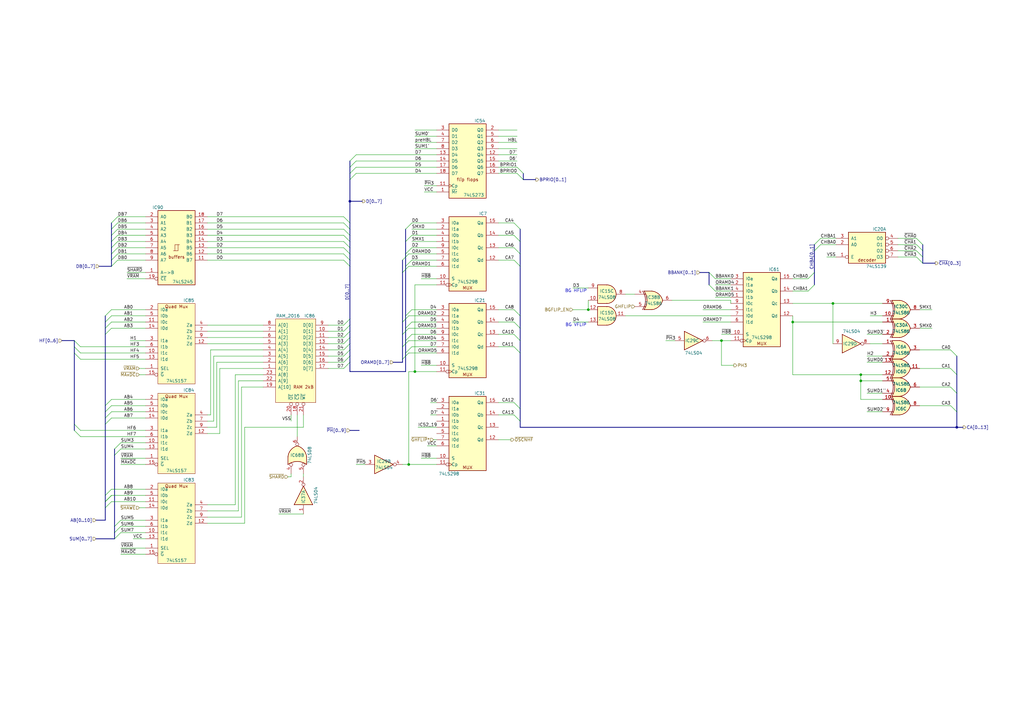
<source format=kicad_sch>
(kicad_sch (version 20231120) (generator "eeschema") (generator_version "8.0")
  (paper "A3")
  (title_block (title "Background Video RAM") (date "2024-11-16") (company "JOTEGO") (comment 1 "www.patreon.com/jotego") (comment 2 "José Tejada"))
  (lib_symbols
    (symbol "arcade:RAM_2016" (pin_names (offset 1.016))
      (property "Reference" "U" (at 7.62 17.78 0))
      (property "Value" "RAM_2016" (at 1.27 17.78 0))
      (symbol "RAM_2016_0_0"
        (text "RAM 2kB" (at 3.81 -11.43 0) (effects (font (size 1.27 1.27))))
      )
      (symbol "RAM_2016_1_0"
        (pin input line (at -12.7 -3.81 0) (length 5.08) (name "A[7]") (number "1"))
        (pin tri_state line (at 13.97 11.43 180) (length 5.08) (name "D[1]") (number "10"))
        (pin tri_state line (at 13.97 8.89 180) (length 5.08) (name "D[2]") (number "11"))
        (pin tri_state line (at 13.97 6.35 180) (length 5.08) (name "D[3]") (number "13"))
        (pin tri_state line (at 13.97 3.81 180) (length 5.08) (name "D[4]") (number "14"))
        (pin tri_state line (at 13.97 1.27 180) (length 5.08) (name "D[5]") (number "15"))
        (pin tri_state line (at 13.97 -1.27 180) (length 5.08) (name "D[6]") (number "16"))
        (pin tri_state line (at 13.97 -3.81 180) (length 5.08) (name "D[7]") (number "17"))
        (pin input inverted (at 1.27 -22.86 90) (length 5.08) (name "~{CS}") (number "18"))
        (pin input line (at -12.7 -11.43 0) (length 5.08) (name "A[10]") (number "19"))
        (pin input line (at -12.7 -1.27 0) (length 5.08) (name "A[6]") (number "2"))
        (pin input inverted (at -1.27 -22.86 90) (length 5.08) (name "~{OE}") (number "20"))
        (pin input inverted (at 3.81 -22.86 90) (length 5.08) (name "~{WE}") (number "21"))
        (pin input line (at -12.7 -8.89 0) (length 5.08) (name "A[9]") (number "22"))
        (pin input line (at -12.7 -6.35 0) (length 5.08) (name "A[8]") (number "23"))
        (pin input line (at -12.7 1.27 0) (length 5.08) (name "A[5]") (number "3"))
        (pin input line (at -12.7 3.81 0) (length 5.08) (name "A[4]") (number "4"))
        (pin input line (at -12.7 6.35 0) (length 5.08) (name "A[3]") (number "5"))
        (pin input line (at -12.7 8.89 0) (length 5.08) (name "A[2]") (number "6"))
        (pin input line (at -12.7 11.43 0) (length 5.08) (name "A[1]") (number "7"))
        (pin input line (at -12.7 13.97 0) (length 5.08) (name "A[0]") (number "8"))
        (pin tri_state line (at 13.97 13.97 180) (length 5.08) (name "D[0]") (number "9"))
      )
    )
    (symbol "jt74:74LS04" (pin_names (offset 1.016))
      (property "Reference" "U" (at -0.635 0 0))
      (property "Value" "74LS04" (at 0 -5.08 0))
      (symbol "74LS04_1_0"
        (pin input line (at -7.62 0 0) (length 3.81) (name "~") (number "1"))
        (pin output inverted (at 7.62 0 180) (length 3.81) (name "~") (number "2"))
      )
      (symbol "74LS04_2_0"
        (pin input line (at -7.62 0 0) (length 3.81) (name "~") (number "3"))
        (pin output inverted (at 7.62 0 180) (length 3.81) (name "~") (number "4"))
      )
      (symbol "74LS04_3_0"
        (pin input line (at -7.62 0 0) (length 3.81) (name "~") (number "5"))
        (pin output inverted (at 7.62 0 180) (length 3.81) (name "~") (number "6"))
      )
      (symbol "74LS04_4_0"
        (pin output inverted (at 7.62 0 180) (length 3.81) (name "~") (number "8"))
        (pin input line (at -7.62 0 0) (length 3.81) (name "~") (number "9"))
      )
      (symbol "74LS04_5_0"
        (pin output inverted (at 7.62 0 180) (length 3.81) (name "~") (number "10"))
        (pin input line (at -7.62 0 0) (length 3.81) (name "~") (number "11"))
      )
      (symbol "74LS04_6_0"
        (pin output inverted (at 7.62 0 180) (length 3.81) (name "~") (number "12"))
        (pin input line (at -7.62 0 0) (length 3.81) (name "~") (number "13"))
      )
      (symbol "74LS04_7_0"
        (pin power_in line (at 0 7.62 270) (length 5.08) hide (name "VCC") (number "14"))
        (pin power_in line (at 0 -7.62 90) (length 5.08) hide (name "VSS") (number "7"))
      )
      (symbol "74LS04_7_1"
        (text "+" (at 0 6.35 0) (effects (font (size 1.27 1.27))))
      )
    )
    (symbol "jt74:74LS08" (pin_names (offset 1.016))
      (property "Reference" "U" (at 0 1.27 0))
      (property "Value" "74LS08" (at 0 -1.27 0))
      (symbol "74LS08_1_1"
        (pin input line (at -7.62 2.54 0) (length 3.81) (name "~") (number "1"))
        (pin input line (at -7.62 -2.54 0) (length 3.81) (name "~") (number "2"))
        (pin output line (at 7.62 0 180) (length 3.81) (name "~") (number "3"))
      )
      (symbol "74LS08_1_2"
        (pin input inverted (at -7.62 2.54 0) (length 4.318) (name "~") (number "1"))
        (pin input inverted (at -7.62 -2.54 0) (length 4.318) (name "~") (number "2"))
        (pin output inverted (at 7.62 0 180) (length 3.81) (name "~") (number "3"))
      )
      (symbol "74LS08_2_1"
        (pin input line (at -7.62 2.54 0) (length 3.81) (name "~") (number "4"))
        (pin input line (at -7.62 -2.54 0) (length 3.81) (name "~") (number "5"))
        (pin output line (at 7.62 0 180) (length 3.81) (name "~") (number "6"))
      )
      (symbol "74LS08_2_2"
        (pin input inverted (at -7.62 2.54 0) (length 4.318) (name "~") (number "4"))
        (pin input inverted (at -7.62 -2.54 0) (length 4.318) (name "~") (number "5"))
        (pin output inverted (at 7.62 0 180) (length 3.81) (name "~") (number "6"))
      )
      (symbol "74LS08_3_1"
        (pin input line (at -7.62 -2.54 0) (length 3.81) (name "~") (number "10"))
        (pin output line (at 7.62 0 180) (length 3.81) (name "~") (number "8"))
        (pin input line (at -7.62 2.54 0) (length 3.81) (name "~") (number "9"))
      )
      (symbol "74LS08_3_2"
        (pin input inverted (at -7.62 -2.54 0) (length 4.318) (name "~") (number "10"))
        (pin output inverted (at 7.62 0 180) (length 3.81) (name "~") (number "8"))
        (pin input inverted (at -7.62 2.54 0) (length 4.318) (name "~") (number "9"))
      )
      (symbol "74LS08_4_1"
        (pin output line (at 7.62 0 180) (length 3.81) (name "~") (number "11"))
        (pin input line (at -7.62 2.54 0) (length 3.81) (name "~") (number "12"))
        (pin input line (at -7.62 -2.54 0) (length 3.81) (name "~") (number "13"))
      )
      (symbol "74LS08_4_2"
        (pin output inverted (at 7.62 0 180) (length 3.81) (name "~") (number "11"))
        (pin input inverted (at -7.62 2.54 0) (length 4.318) (name "~") (number "12"))
        (pin input inverted (at -7.62 -2.54 0) (length 4.318) (name "~") (number "13"))
      )
      (symbol "74LS08_5_0"
        (pin power_in line (at 0 7.62 270) (length 5.08) hide (name "VCC") (number "14"))
        (pin power_in line (at 0 -7.62 90) (length 5.08) hide (name "VSS") (number "7"))
      )
      (symbol "74LS08_5_1"
        (text "+" (at 0 6.35 0) (effects (font (size 1.27 1.27))))
      )
    )
    (symbol "jt74:74LS139" (pin_names (offset 1.016))
      (property "Reference" "U" (at 0 1.27 0))
      (property "Value" "74LS139" (at 0 -1.27 0))
      (symbol "74LS139_0_0"
        (text "decoder" (at 0 -6.35 0) (effects (font (size 1.27 1.27))))
      )
      (symbol "74LS139_1_0"
        (pin input inverted (at -12.7 -5.08 0) (length 5.08) (name "E") (number "1"))
        (pin input line (at -12.7 0 0) (length 5.08) (name "A0") (number "2"))
        (pin input line (at -12.7 2.54 0) (length 5.08) (name "A1") (number "3"))
        (pin output inverted (at 12.7 2.54 180) (length 5.08) (name "O0") (number "4"))
        (pin output inverted (at 12.7 0 180) (length 5.08) (name "O1") (number "5"))
        (pin output inverted (at 12.7 -2.54 180) (length 5.08) (name "O2") (number "6"))
        (pin output inverted (at 12.7 -5.08 180) (length 5.08) (name "O3") (number "7"))
      )
      (symbol "74LS139_2_0"
        (pin output inverted (at 12.7 -2.54 180) (length 5.08) (name "O2") (number "10"))
        (pin output inverted (at 12.7 0 180) (length 5.08) (name "O1") (number "11"))
        (pin output inverted (at 12.7 2.54 180) (length 5.08) (name "O0") (number "12"))
        (pin input line (at -12.7 2.54 0) (length 5.08) (name "A1") (number "13"))
        (pin input line (at -12.7 0 0) (length 5.08) (name "A0") (number "14"))
        (pin input inverted (at -12.7 -5.08 0) (length 5.08) (name "E") (number "15"))
        (pin output inverted (at 12.7 -5.08 180) (length 5.08) (name "O3") (number "9"))
      )
      (symbol "74LS139_3_0"
        (pin power_in line (at 0 7.62 270) (length 5.08) hide (name "VCC") (number "16"))
        (pin power_in line (at 0 -7.62 90) (length 5.08) hide (name "VSS") (number "8"))
      )
      (symbol "74LS139_3_1"
        (text "+" (at 0 6.35 0) (effects (font (size 1.27 1.27))))
      )
    )
    (symbol "jt74:74LS157" (pin_names (offset 1.016))
      (property "Reference" "U" (at 5.08 16.51 0))
      (property "Value" "74LS157" (at 0 -16.51 0))
      (symbol "74LS157_0_0"
        (text "Quad Mux" (at 0 13.97 0) (effects (font (size 1.27 1.27))))
      )
      (symbol "74LS157_1_0"
        (pin input line (at -12.7 -11.43 0) (length 5.08) (name "SEL") (number "1"))
        (pin input line (at -12.7 -5.08 0) (length 5.08) (name "I1c") (number "10"))
        (pin input line (at -12.7 7.62 0) (length 5.08) (name "I0c") (number "11"))
        (pin output line (at 12.7 -1.27 180) (length 5.08) (name "Zd") (number "12"))
        (pin input line (at -12.7 -7.62 0) (length 5.08) (name "I1d") (number "13"))
        (pin input line (at -12.7 5.08 0) (length 5.08) (name "I0d") (number "14"))
        (pin input inverted (at -12.7 -13.97 0) (length 5.08) (name "~{G}") (number "15"))
        (pin input line (at -12.7 12.7 0) (length 5.08) (name "I0a") (number "2"))
        (pin input line (at -12.7 0 0) (length 5.08) (name "I1a") (number "3"))
        (pin output line (at 12.7 6.35 180) (length 5.08) (name "Za") (number "4"))
        (pin input line (at -12.7 10.16 0) (length 5.08) (name "I0b") (number "5"))
        (pin input line (at -12.7 -2.54 0) (length 5.08) (name "I1b") (number "6"))
        (pin output line (at 12.7 3.81 180) (length 5.08) (name "Zb") (number "7"))
        (pin output line (at 12.7 1.27 180) (length 5.08) (name "Zc") (number "9"))
      )
    )
    (symbol "jt74:74LS245" (pin_names (offset 1.016))
      (property "Reference" "U" (at -7.62 16.51 0))
      (property "Value" "74LS245" (at 2.54 -13.97 0))
      (symbol "74LS245_0_0"
        (text "buffers" (at 0 -3.81 0) (effects (font (size 1.27 1.27))))
      )
      (symbol "74LS245_1_0"
        (pin input line (at -12.7 -10.16 0) (length 5.08) (name "A->B") (number "1"))
        (pin tri_state line (at 12.7 -5.08 180) (length 5.08) (name "B7") (number "11"))
        (pin tri_state line (at 12.7 -2.54 180) (length 5.08) (name "B6") (number "12"))
        (pin tri_state line (at 12.7 0 180) (length 5.08) (name "B5") (number "13"))
        (pin tri_state line (at 12.7 2.54 180) (length 5.08) (name "B4") (number "14"))
        (pin tri_state line (at 12.7 5.08 180) (length 5.08) (name "B3") (number "15"))
        (pin tri_state line (at 12.7 7.62 180) (length 5.08) (name "B2") (number "16"))
        (pin tri_state line (at 12.7 10.16 180) (length 5.08) (name "B1") (number "17"))
        (pin tri_state line (at 12.7 12.7 180) (length 5.08) (name "B0") (number "18"))
        (pin input inverted (at -12.7 -12.7 0) (length 5.08) (name "~{CE}") (number "19"))
        (pin tri_state line (at -12.7 12.7 0) (length 5.08) (name "A0") (number "2"))
        (pin tri_state line (at -12.7 10.16 0) (length 5.08) (name "A1") (number "3"))
        (pin tri_state line (at -12.7 7.62 0) (length 5.08) (name "A2") (number "4"))
        (pin tri_state line (at -12.7 5.08 0) (length 5.08) (name "A3") (number "5"))
        (pin tri_state line (at -12.7 2.54 0) (length 5.08) (name "A4") (number "6"))
        (pin tri_state line (at -12.7 0 0) (length 5.08) (name "A5") (number "7"))
        (pin tri_state line (at -12.7 -2.54 0) (length 5.08) (name "A6") (number "8"))
        (pin tri_state line (at -12.7 -5.08 0) (length 5.08) (name "A7") (number "9"))
      )
    )
    (symbol "jt74:74LS273" (pin_names (offset 1.016))
      (property "Reference" "U" (at 6.35 16.51 0))
      (property "Value" "74LS273" (at 2.54 -13.97 0))
      (symbol "74LS273_0_0"
        (text "flip flops" (at 0 -7.62 0) (effects (font (size 1.27 1.27))))
      )
      (symbol "74LS273_1_0"
        (pin input line (at -12.7 -12.7 0) (length 5.08) (name "~{Mr}") (number "1"))
        (pin input clock (at -12.7 -10.16 0) (length 5.08) (name "Cp") (number "11"))
        (pin output line (at 12.7 2.54 180) (length 5.08) (name "Q4") (number "12"))
        (pin input line (at -12.7 2.54 0) (length 5.08) (name "D4") (number "13"))
        (pin input line (at -12.7 0 0) (length 5.08) (name "D5") (number "14"))
        (pin output line (at 12.7 0 180) (length 5.08) (name "Q5") (number "15"))
        (pin output line (at 12.7 -2.54 180) (length 5.08) (name "Q6") (number "16"))
        (pin input line (at -12.7 -2.54 0) (length 5.08) (name "D6") (number "17"))
        (pin input line (at -12.7 -5.08 0) (length 5.08) (name "D7") (number "18"))
        (pin output line (at 12.7 -5.08 180) (length 5.08) (name "Q7") (number "19"))
        (pin output line (at 12.7 12.7 180) (length 5.08) (name "Q0") (number "2"))
        (pin input line (at -12.7 12.7 0) (length 5.08) (name "D0") (number "3"))
        (pin input line (at -12.7 10.16 0) (length 5.08) (name "D1") (number "4"))
        (pin output line (at 12.7 10.16 180) (length 5.08) (name "Q1") (number "5"))
        (pin output line (at 12.7 7.62 180) (length 5.08) (name "Q2") (number "6"))
        (pin input line (at -12.7 7.62 0) (length 5.08) (name "D2") (number "7"))
        (pin input line (at -12.7 5.08 0) (length 5.08) (name "D3") (number "8"))
        (pin output line (at 12.7 5.08 180) (length 5.08) (name "Q3") (number "9"))
      )
    )
    (symbol "jt74:74LS298" (pin_names (offset 1.016))
      (property "Reference" "U" (at -7.62 16.51 0))
      (property "Value" "74LS298" (at -7.62 -16.51 0))
      (symbol "74LS298_1_0"
        (pin input line (at -12.7 5.08 0) (length 5.08) (name "I1b") (number "1"))
        (pin input line (at -12.7 -10.16 0) (length 5.08) (name "S") (number "10"))
        (pin input inverted_clock (at -12.7 -12.7 0) (length 5.08) (name "Cp") (number "11"))
        (pin output line (at 12.7 -2.54 180) (length 5.08) (name "Qd") (number "12"))
        (pin output line (at 12.7 2.54 180) (length 5.08) (name "Qc") (number "13"))
        (pin output line (at 12.7 7.62 180) (length 5.08) (name "Qb") (number "14"))
        (pin output line (at 12.7 12.7 180) (length 5.08) (name "Qa") (number "15"))
        (pin power_in line (at 0 15.24 270) (length 5.08) hide (name "VCC") (number "16"))
        (pin input line (at -12.7 10.16 0) (length 5.08) (name "I1a") (number "2"))
        (pin input line (at -12.7 12.7 0) (length 5.08) (name "I0a") (number "3"))
        (pin input line (at -12.7 7.62 0) (length 5.08) (name "I0b") (number "4"))
        (pin input line (at -12.7 0 0) (length 5.08) (name "I1c") (number "5"))
        (pin input line (at -12.7 -5.08 0) (length 5.08) (name "I1d") (number "6"))
        (pin input line (at -12.7 -2.54 0) (length 5.08) (name "I0d") (number "7"))
        (pin power_in line (at 0 -15.24 90) (length 5.08) hide (name "VSS") (number "8"))
        (pin input line (at -12.7 2.54 0) (length 5.08) (name "I0c") (number "9"))
      )
      (symbol "74LS298_1_1"
        (text "MUX" (at 0 -13.97 0) (effects (font (size 1.27 1.27))))
      )
    )
    (symbol "jt74:74LS86" (pin_names (offset 1.016))
      (property "Reference" "U" (at 0 1.27 0))
      (property "Value" "74LS86" (at 0 -1.27 0))
      (symbol "74LS86_1_0"
        (pin input line (at -7.62 2.54 0) (length 4.445) (name "~") (number "1"))
        (pin input line (at -7.62 -2.54 0) (length 4.445) (name "~") (number "2"))
        (pin output line (at 7.62 0 180) (length 3.81) (name "~") (number "3"))
      )
      (symbol "74LS86_2_0"
        (pin input line (at -7.62 2.54 0) (length 4.445) (name "~") (number "4"))
        (pin input line (at -7.62 -2.54 0) (length 4.445) (name "~") (number "5"))
        (pin output line (at 7.62 0 180) (length 3.81) (name "~") (number "6"))
      )
      (symbol "74LS86_3_0"
        (pin input line (at -7.62 -2.54 0) (length 4.445) (name "~") (number "10"))
        (pin output line (at 7.62 0 180) (length 3.81) (name "~") (number "8"))
        (pin input line (at -7.62 2.54 0) (length 4.445) (name "~") (number "9"))
      )
      (symbol "74LS86_4_0"
        (pin output line (at 7.62 0 180) (length 3.81) (name "~") (number "11"))
        (pin input line (at -7.62 2.54 0) (length 4.445) (name "~") (number "12"))
        (pin input line (at -7.62 -2.54 0) (length 4.445) (name "~") (number "13"))
      )
      (symbol "74LS86_5_0"
        (pin power_in line (at 0 7.62 270) (length 5.08) hide (name "VCC") (number "14"))
        (pin power_in line (at 0 -7.62 90) (length 5.08) hide (name "VSS") (number "7"))
      )
      (symbol "74LS86_5_1"
        (text "+" (at 0 6.35 0) (effects (font (size 1.27 1.27))))
      )
    )
  )
  (junction (at 353.06 153.67))
  (junction (at 341.63 124.46))
  (junction (at 170.18 152.4))
  (junction (at 143.51 82.55))
  (junction (at 392.43 175.26))
  (junction (at 241.3 127))
  (junction (at 353.06 156.21))
  (junction (at 167.64 190.5))
  (junction (at 325.12 132.08))
  (junction (at 295.91 139.7))
  (bus_entry (at 331.47 119.38) (size 2.54 -2.54))
  (bus_entry (at 213.36 134.62) (size -2.54 -2.54))
  (bus_entry (at 375.92 100.33) (size 2.54 2.54))
  (bus_entry (at 46.99 186.69) (size 2.54 -2.54))
  (bus_entry (at 213.36 109.22) (size -2.54 -2.54))
  (bus_entry (at 165.1 147.32) (size 2.54 -2.54))
  (bus_entry (at 30.48 176.53) (size 2.54 2.54))
  (bus_entry (at 46.99 220.98) (size 2.54 -2.54))
  (bus_entry (at 210.82 170.18) (size 2.54 2.54))
  (bus_entry (at 140.97 133.35) (size 2.54 -2.54))
  (bus_entry (at 45.72 163.83) (size -2.54 2.54))
  (bus_entry (at 30.48 173.99) (size 2.54 2.54))
  (bus_entry (at 45.72 203.2) (size -2.54 2.54))
  (bus_entry (at 46.99 215.9) (size 2.54 -2.54))
  (bus_entry (at 48.26 99.06) (size -2.54 2.54))
  (bus_entry (at 213.36 104.14) (size -2.54 -2.54))
  (bus_entry (at 48.26 96.52) (size -2.54 2.54))
  (bus_entry (at 30.48 139.7) (size 2.54 2.54))
  (bus_entry (at 140.97 148.59) (size 2.54 -2.54))
  (bus_entry (at 48.26 101.6) (size -2.54 2.54))
  (bus_entry (at 140.97 106.68) (size 2.54 2.54))
  (bus_entry (at 389.89 151.13) (size 2.54 2.54))
  (bus_entry (at 290.83 111.76) (size 2.54 2.54))
  (bus_entry (at 389.89 166.37) (size 2.54 2.54))
  (bus_entry (at 45.72 132.08) (size -2.54 2.54))
  (bus_entry (at 46.99 184.15) (size 2.54 -2.54))
  (bus_entry (at 146.05 66.04) (size -2.54 2.54))
  (bus_entry (at 334.01 100.33) (size 2.54 -2.54))
  (bus_entry (at 168.91 137.16) (size -2.54 2.54))
  (bus_entry (at 140.97 104.14) (size 2.54 2.54))
  (bus_entry (at 212.09 71.12) (size 2.54 2.54))
  (bus_entry (at 46.99 218.44) (size 2.54 -2.54))
  (bus_entry (at 140.97 88.9) (size 2.54 2.54))
  (bus_entry (at 30.48 144.78) (size 2.54 2.54))
  (bus_entry (at 168.91 142.24) (size -2.54 2.54))
  (bus_entry (at 334.01 102.87) (size 2.54 -2.54))
  (bus_entry (at 48.26 91.44) (size -2.54 2.54))
  (bus_entry (at 168.91 91.44) (size -2.54 2.54))
  (bus_entry (at 375.92 102.87) (size 2.54 2.54))
  (bus_entry (at 48.26 93.98) (size -2.54 2.54))
  (bus_entry (at 140.97 91.44) (size 2.54 2.54))
  (bus_entry (at 375.92 105.41) (size 2.54 2.54))
  (bus_entry (at 213.36 93.98) (size -2.54 -2.54))
  (bus_entry (at 165.1 106.68) (size 2.54 -2.54))
  (bus_entry (at 45.72 203.2) (size -2.54 2.54))
  (bus_entry (at 331.47 114.3) (size 2.54 -2.54))
  (bus_entry (at 146.05 68.58) (size -2.54 2.54))
  (bus_entry (at 45.72 127) (size -2.54 2.54))
  (bus_entry (at 30.48 142.24) (size 2.54 2.54))
  (bus_entry (at 165.1 142.24) (size 2.54 -2.54))
  (bus_entry (at 45.72 205.74) (size -2.54 2.54))
  (bus_entry (at 146.05 71.12) (size -2.54 2.54))
  (bus_entry (at 290.83 116.84) (size 2.54 2.54))
  (bus_entry (at 45.72 171.45) (size -2.54 2.54))
  (bus_entry (at 140.97 138.43) (size 2.54 -2.54))
  (bus_entry (at 165.1 132.08) (size 2.54 -2.54))
  (bus_entry (at 48.26 88.9) (size -2.54 2.54))
  (bus_entry (at 168.91 96.52) (size -2.54 2.54))
  (bus_entry (at 213.36 129.54) (size -2.54 -2.54))
  (bus_entry (at 140.97 140.97) (size 2.54 -2.54))
  (bus_entry (at 212.09 68.58) (size 2.54 2.54))
  (bus_entry (at 140.97 96.52) (size 2.54 2.54))
  (bus_entry (at 48.26 104.14) (size -2.54 2.54))
  (bus_entry (at 213.36 144.78) (size -2.54 -2.54))
  (bus_entry (at 140.97 143.51) (size 2.54 -2.54))
  (bus_entry (at 389.89 143.51) (size 2.54 2.54))
  (bus_entry (at 168.91 106.68) (size -2.54 2.54))
  (bus_entry (at 389.89 158.75) (size 2.54 2.54))
  (bus_entry (at 213.36 99.06) (size -2.54 -2.54))
  (bus_entry (at 45.72 129.54) (size -2.54 2.54))
  (bus_entry (at 45.72 200.66) (size -2.54 2.54))
  (bus_entry (at 168.91 127) (size -2.54 2.54))
  (bus_entry (at 375.92 97.79) (size 2.54 2.54))
  (bus_entry (at 165.1 111.76) (size 2.54 -2.54))
  (bus_entry (at 213.36 139.7) (size -2.54 -2.54))
  (bus_entry (at 45.72 168.91) (size -2.54 2.54))
  (bus_entry (at 45.72 134.62) (size -2.54 2.54))
  (bus_entry (at 140.97 146.05) (size 2.54 -2.54))
  (bus_entry (at 45.72 166.37) (size -2.54 2.54))
  (bus_entry (at 165.1 137.16) (size 2.54 -2.54))
  (bus_entry (at 168.91 132.08) (size -2.54 2.54))
  (bus_entry (at 210.82 165.1) (size 2.54 2.54))
  (bus_entry (at 140.97 93.98) (size 2.54 2.54))
  (bus_entry (at 140.97 151.13) (size 2.54 -2.54))
  (bus_entry (at 140.97 135.89) (size 2.54 -2.54))
  (bus_entry (at 168.91 101.6) (size -2.54 2.54))
  (bus_entry (at 48.26 106.68) (size -2.54 2.54))
  (bus_entry (at 146.05 63.5) (size -2.54 2.54))
  (bus_entry (at 140.97 99.06) (size 2.54 2.54))
  (bus_entry (at 140.97 101.6) (size 2.54 2.54))
  (wire (pts (xy 355.6 148.59) (xy 361.95 148.59)))
  (wire (pts (xy 57.15 153.67) (xy 59.69 153.67)))
  (bus (pts (xy 378.46 100.33) (xy 378.46 102.87)))
  (wire (pts (xy 341.63 140.97) (xy 341.63 124.46)))
  (wire (pts (xy 176.53 170.18) (xy 179.07 170.18)))
  (wire (pts (xy 146.05 63.5) (xy 179.07 63.5)))
  (wire (pts (xy 210.82 132.08) (xy 204.47 132.08)))
  (wire (pts (xy 53.34 139.7) (xy 59.69 139.7)))
  (wire (pts (xy 292.1 139.7) (xy 295.91 139.7)))
  (wire (pts (xy 353.06 156.21) (xy 361.95 156.21)))
  (wire (pts (xy 59.69 203.2) (xy 45.72 203.2)))
  (bus (pts (xy 45.72 93.98) (xy 45.72 96.52)))
  (wire (pts (xy 146.05 71.12) (xy 179.07 71.12)))
  (wire (pts (xy 295.91 149.86) (xy 300.99 149.86)))
  (wire (pts (xy 167.64 109.22) (xy 179.07 109.22)))
  (wire (pts (xy 336.55 100.33) (xy 342.9 100.33)))
  (bus (pts (xy 25.4 139.7) (xy 30.48 139.7)))
  (bus (pts (xy 143.51 146.05) (xy 143.51 143.51)))
  (wire (pts (xy 99.06 158.75) (xy 99.06 212.09)))
  (wire (pts (xy 107.95 146.05) (xy 87.63 146.05)))
  (wire (pts (xy 234.95 118.11) (xy 241.3 118.11)))
  (wire (pts (xy 167.64 190.5) (xy 179.07 190.5)))
  (wire (pts (xy 85.09 93.98) (xy 140.97 93.98)))
  (wire (pts (xy 49.53 213.36) (xy 59.69 213.36)))
  (wire (pts (xy 353.06 156.21) (xy 353.06 163.83)))
  (wire (pts (xy 325.12 129.54) (xy 325.12 132.08)))
  (wire (pts (xy 54.61 220.98) (xy 59.69 220.98)))
  (wire (pts (xy 353.06 153.67) (xy 361.95 153.67)))
  (bus (pts (xy 143.51 140.97) (xy 143.51 138.43)))
  (wire (pts (xy 121.92 170.18) (xy 121.92 179.07)))
  (wire (pts (xy 288.29 132.08) (xy 299.72 132.08)))
  (bus (pts (xy 287.02 111.76) (xy 290.83 111.76)))
  (bus (pts (xy 143.51 133.35) (xy 143.51 135.89)))
  (wire (pts (xy 210.82 137.16) (xy 204.47 137.16)))
  (bus (pts (xy 143.51 104.14) (xy 143.51 101.6)))
  (wire (pts (xy 361.95 137.16) (xy 355.6 137.16)))
  (bus (pts (xy 30.48 173.99) (xy 30.48 144.78)))
  (wire (pts (xy 204.47 53.34) (xy 212.09 53.34)))
  (bus (pts (xy 165.1 106.68) (xy 165.1 111.76)))
  (bus (pts (xy 166.37 134.62) (xy 166.37 139.7)))
  (wire (pts (xy 170.18 60.96) (xy 179.07 60.96)))
  (wire (pts (xy 48.26 99.06) (xy 59.69 99.06)))
  (wire (pts (xy 134.62 138.43) (xy 140.97 138.43)))
  (bus (pts (xy 334.01 100.33) (xy 334.01 102.87)))
  (wire (pts (xy 85.09 140.97) (xy 107.95 140.97)))
  (wire (pts (xy 355.6 168.91) (xy 361.95 168.91)))
  (bus (pts (xy 30.48 144.78) (xy 30.48 142.24)))
  (wire (pts (xy 204.47 180.34) (xy 209.55 180.34)))
  (wire (pts (xy 377.19 151.13) (xy 389.89 151.13)))
  (bus (pts (xy 143.51 148.59) (xy 143.51 152.4)))
  (bus (pts (xy 143.51 71.12) (xy 143.51 73.66)))
  (wire (pts (xy 295.91 139.7) (xy 299.72 139.7)))
  (bus (pts (xy 40.64 109.22) (xy 45.72 109.22)))
  (wire (pts (xy 377.19 127) (xy 382.27 127)))
  (bus (pts (xy 165.1 147.32) (xy 165.1 148.59)))
  (bus (pts (xy 143.51 82.55) (xy 143.51 73.66)))
  (bus (pts (xy 46.99 218.44) (xy 46.99 220.98)))
  (bus (pts (xy 45.72 99.06) (xy 45.72 101.6)))
  (wire (pts (xy 49.53 224.79) (xy 59.69 224.79)))
  (wire (pts (xy 168.91 93.98) (xy 179.07 93.98)))
  (wire (pts (xy 57.15 208.28) (xy 59.69 208.28)))
  (wire (pts (xy 170.18 55.88) (xy 179.07 55.88)))
  (wire (pts (xy 171.45 175.26) (xy 179.07 175.26)))
  (bus (pts (xy 165.1 137.16) (xy 165.1 142.24)))
  (bus (pts (xy 143.51 109.22) (xy 143.51 130.81)))
  (bus (pts (xy 213.36 139.7) (xy 213.36 144.78)))
  (wire (pts (xy 168.91 101.6) (xy 179.07 101.6)))
  (wire (pts (xy 48.26 91.44) (xy 59.69 91.44)))
  (bus (pts (xy 46.99 215.9) (xy 46.99 218.44)))
  (bus (pts (xy 213.36 129.54) (xy 213.36 134.62)))
  (wire (pts (xy 49.53 215.9) (xy 59.69 215.9)))
  (bus (pts (xy 166.37 109.22) (xy 166.37 129.54)))
  (wire (pts (xy 275.59 123.19) (xy 299.72 123.19)))
  (bus (pts (xy 43.18 137.16) (xy 43.18 166.37)))
  (wire (pts (xy 45.72 134.62) (xy 59.69 134.62)))
  (wire (pts (xy 59.69 163.83) (xy 45.72 163.83)))
  (wire (pts (xy 170.18 53.34) (xy 179.07 53.34)))
  (wire (pts (xy 204.47 106.68) (xy 210.82 106.68)))
  (wire (pts (xy 170.18 116.84) (xy 179.07 116.84)))
  (bus (pts (xy 334.01 102.87) (xy 334.01 111.76)))
  (bus (pts (xy 45.72 104.14) (xy 45.72 106.68)))
  (bus (pts (xy 166.37 99.06) (xy 166.37 104.14)))
  (bus (pts (xy 43.18 208.28) (xy 43.18 213.36)))
  (wire (pts (xy 234.95 127) (xy 241.3 127)))
  (wire (pts (xy 85.09 104.14) (xy 140.97 104.14)))
  (wire (pts (xy 204.47 170.18) (xy 210.82 170.18)))
  (wire (pts (xy 85.09 135.89) (xy 107.95 135.89)))
  (wire (pts (xy 168.91 91.44) (xy 179.07 91.44)))
  (wire (pts (xy 375.92 102.87) (xy 368.3 102.87)))
  (wire (pts (xy 107.95 153.67) (xy 96.52 153.67)))
  (bus (pts (xy 143.51 68.58) (xy 143.51 71.12)))
  (wire (pts (xy 45.72 127) (xy 59.69 127)))
  (bus (pts (xy 213.36 109.22) (xy 213.36 129.54)))
  (wire (pts (xy 85.09 177.8) (xy 90.17 177.8)))
  (bus (pts (xy 43.18 166.37) (xy 43.18 168.91)))
  (wire (pts (xy 353.06 163.83) (xy 361.95 163.83)))
  (wire (pts (xy 204.47 60.96) (xy 212.09 60.96)))
  (wire (pts (xy 293.37 116.84) (xy 299.72 116.84)))
  (bus (pts (xy 143.51 66.04) (xy 143.51 68.58)))
  (bus (pts (xy 143.51 91.44) (xy 143.51 82.55)))
  (bus (pts (xy 143.51 138.43) (xy 143.51 135.89)))
  (bus (pts (xy 213.36 134.62) (xy 213.36 139.7)))
  (wire (pts (xy 134.62 151.13) (xy 140.97 151.13)))
  (bus (pts (xy 46.99 186.69) (xy 46.99 215.9)))
  (wire (pts (xy 119.38 170.18) (xy 119.38 172.72)))
  (wire (pts (xy 293.37 121.92) (xy 299.72 121.92)))
  (wire (pts (xy 210.82 127) (xy 204.47 127)))
  (bus (pts (xy 392.43 161.29) (xy 392.43 168.91)))
  (wire (pts (xy 134.62 148.59) (xy 140.97 148.59)))
  (wire (pts (xy 119.38 195.58) (xy 119.38 194.31)))
  (bus (pts (xy 143.51 82.55) (xy 148.59 82.55)))
  (wire (pts (xy 33.02 176.53) (xy 59.69 176.53)))
  (wire (pts (xy 48.26 104.14) (xy 59.69 104.14)))
  (wire (pts (xy 99.06 212.09) (xy 85.09 212.09)))
  (wire (pts (xy 299.72 123.19) (xy 299.72 124.46)))
  (wire (pts (xy 85.09 88.9) (xy 140.97 88.9)))
  (bus (pts (xy 213.36 93.98) (xy 213.36 99.06)))
  (wire (pts (xy 59.69 179.07) (xy 33.02 179.07)))
  (wire (pts (xy 118.11 195.58) (xy 119.38 195.58)))
  (wire (pts (xy 325.12 132.08) (xy 325.12 153.67)))
  (bus (pts (xy 39.37 213.36) (xy 43.18 213.36)))
  (bus (pts (xy 43.18 132.08) (xy 43.18 134.62)))
  (bus (pts (xy 143.51 176.53) (xy 147.32 176.53)))
  (wire (pts (xy 124.46 194.31) (xy 124.46 195.58)))
  (bus (pts (xy 39.37 220.98) (xy 46.99 220.98)))
  (bus (pts (xy 43.18 129.54) (xy 43.18 132.08)))
  (bus (pts (xy 45.72 96.52) (xy 45.72 99.06)))
  (wire (pts (xy 49.53 227.33) (xy 59.69 227.33)))
  (bus (pts (xy 143.51 99.06) (xy 143.51 96.52)))
  (wire (pts (xy 88.9 148.59) (xy 88.9 175.26)))
  (wire (pts (xy 52.07 111.76) (xy 59.69 111.76)))
  (bus (pts (xy 392.43 175.26) (xy 394.97 175.26)))
  (wire (pts (xy 170.18 58.42) (xy 179.07 58.42)))
  (bus (pts (xy 214.63 73.66) (xy 219.71 73.66)))
  (wire (pts (xy 167.64 129.54) (xy 179.07 129.54)))
  (wire (pts (xy 204.47 58.42) (xy 212.09 58.42)))
  (wire (pts (xy 204.47 68.58) (xy 212.09 68.58)))
  (bus (pts (xy 392.43 168.91) (xy 392.43 175.26)))
  (bus (pts (xy 378.46 105.41) (xy 378.46 107.95)))
  (wire (pts (xy 85.09 138.43) (xy 107.95 138.43)))
  (wire (pts (xy 146.05 66.04) (xy 179.07 66.04)))
  (wire (pts (xy 175.26 182.88) (xy 179.07 182.88)))
  (wire (pts (xy 288.29 127) (xy 299.72 127)))
  (bus (pts (xy 46.99 184.15) (xy 46.99 186.69)))
  (bus (pts (xy 143.51 101.6) (xy 143.51 99.06)))
  (wire (pts (xy 33.02 144.78) (xy 59.69 144.78)))
  (wire (pts (xy 173.99 78.74) (xy 179.07 78.74)))
  (bus (pts (xy 143.51 106.68) (xy 143.51 104.14)))
  (wire (pts (xy 48.26 93.98) (xy 59.69 93.98)))
  (bus (pts (xy 45.72 91.44) (xy 45.72 93.98)))
  (wire (pts (xy 48.26 88.9) (xy 59.69 88.9)))
  (wire (pts (xy 204.47 96.52) (xy 210.82 96.52)))
  (wire (pts (xy 86.36 170.18) (xy 85.09 170.18)))
  (wire (pts (xy 85.09 101.6) (xy 140.97 101.6)))
  (wire (pts (xy 48.26 106.68) (xy 59.69 106.68)))
  (wire (pts (xy 85.09 207.01) (xy 96.52 207.01)))
  (wire (pts (xy 97.79 209.55) (xy 97.79 156.21)))
  (wire (pts (xy 124.46 175.26) (xy 124.46 170.18)))
  (wire (pts (xy 59.69 200.66) (xy 45.72 200.66)))
  (wire (pts (xy 168.91 142.24) (xy 179.07 142.24)))
  (bus (pts (xy 166.37 104.14) (xy 166.37 109.22)))
  (wire (pts (xy 325.12 153.67) (xy 353.06 153.67)))
  (wire (pts (xy 167.64 152.4) (xy 167.64 190.5)))
  (wire (pts (xy 59.69 147.32) (xy 33.02 147.32)))
  (wire (pts (xy 179.07 152.4) (xy 170.18 152.4)))
  (bus (pts (xy 213.36 175.26) (xy 392.43 175.26)))
  (bus (pts (xy 43.18 171.45) (xy 43.18 173.99)))
  (bus (pts (xy 378.46 102.87) (xy 378.46 105.41)))
  (bus (pts (xy 392.43 153.67) (xy 392.43 161.29)))
  (wire (pts (xy 356.87 129.54) (xy 361.95 129.54)))
  (wire (pts (xy 204.47 71.12) (xy 212.09 71.12)))
  (wire (pts (xy 204.47 63.5) (xy 212.09 63.5)))
  (wire (pts (xy 356.87 140.97) (xy 361.95 140.97)))
  (wire (pts (xy 48.26 101.6) (xy 59.69 101.6)))
  (bus (pts (xy 214.63 71.12) (xy 214.63 73.66)))
  (wire (pts (xy 85.09 133.35) (xy 107.95 133.35)))
  (bus (pts (xy 43.18 134.62) (xy 43.18 137.16)))
  (bus (pts (xy 290.83 116.84) (xy 290.83 111.76)))
  (wire (pts (xy 85.09 172.72) (xy 87.63 172.72)))
  (wire (pts (xy 167.64 104.14) (xy 179.07 104.14)))
  (bus (pts (xy 143.51 109.22) (xy 143.51 106.68)))
  (bus (pts (xy 166.37 129.54) (xy 166.37 134.62)))
  (wire (pts (xy 49.53 184.15) (xy 59.69 184.15)))
  (wire (pts (xy 100.33 214.63) (xy 100.33 175.26)))
  (wire (pts (xy 33.02 142.24) (xy 59.69 142.24)))
  (bus (pts (xy 213.36 172.72) (xy 213.36 175.26)))
  (wire (pts (xy 204.47 55.88) (xy 212.09 55.88)))
  (wire (pts (xy 168.91 127) (xy 179.07 127)))
  (wire (pts (xy 134.62 140.97) (xy 140.97 140.97)))
  (bus (pts (xy 43.18 205.74) (xy 43.18 208.28)))
  (wire (pts (xy 85.09 99.06) (xy 140.97 99.06)))
  (bus (pts (xy 213.36 104.14) (xy 213.36 109.22)))
  (bus (pts (xy 166.37 144.78) (xy 166.37 152.4)))
  (wire (pts (xy 87.63 146.05) (xy 87.63 172.72)))
  (wire (pts (xy 45.72 129.54) (xy 59.69 129.54)))
  (wire (pts (xy 325.12 114.3) (xy 331.47 114.3)))
  (wire (pts (xy 59.69 171.45) (xy 45.72 171.45)))
  (wire (pts (xy 353.06 153.67) (xy 353.06 156.21)))
  (bus (pts (xy 165.1 111.76) (xy 165.1 132.08)))
  (bus (pts (xy 143.51 143.51) (xy 143.51 140.97)))
  (wire (pts (xy 168.91 132.08) (xy 179.07 132.08)))
  (wire (pts (xy 256.54 129.54) (xy 299.72 129.54)))
  (wire (pts (xy 85.09 175.26) (xy 88.9 175.26)))
  (wire (pts (xy 273.05 139.7) (xy 276.86 139.7)))
  (wire (pts (xy 85.09 106.68) (xy 140.97 106.68)))
  (wire (pts (xy 341.63 124.46) (xy 361.95 124.46)))
  (bus (pts (xy 143.51 148.59) (xy 143.51 146.05)))
  (wire (pts (xy 204.47 101.6) (xy 210.82 101.6)))
  (wire (pts (xy 168.91 137.16) (xy 179.07 137.16)))
  (wire (pts (xy 168.91 99.06) (xy 179.07 99.06)))
  (wire (pts (xy 49.53 181.61) (xy 59.69 181.61)))
  (wire (pts (xy 172.72 149.86) (xy 179.07 149.86)))
  (wire (pts (xy 134.62 143.51) (xy 140.97 143.51)))
  (bus (pts (xy 45.72 101.6) (xy 45.72 104.14)))
  (wire (pts (xy 52.07 114.3) (xy 59.69 114.3)))
  (wire (pts (xy 167.64 152.4) (xy 170.18 152.4)))
  (wire (pts (xy 114.3 210.82) (xy 124.46 210.82)))
  (wire (pts (xy 45.72 132.08) (xy 59.69 132.08)))
  (wire (pts (xy 377.19 143.51) (xy 389.89 143.51)))
  (bus (pts (xy 165.1 148.59) (xy 161.29 148.59)))
  (wire (pts (xy 85.09 91.44) (xy 140.97 91.44)))
  (bus (pts (xy 43.18 168.91) (xy 43.18 171.45)))
  (wire (pts (xy 49.53 218.44) (xy 59.69 218.44)))
  (wire (pts (xy 176.53 165.1) (xy 179.07 165.1)))
  (wire (pts (xy 377.19 158.75) (xy 389.89 158.75)))
  (wire (pts (xy 172.72 114.3) (xy 179.07 114.3)))
  (bus (pts (xy 143.51 130.81) (xy 143.51 133.35)))
  (bus (pts (xy 143.51 91.44) (xy 143.51 93.98)))
  (wire (pts (xy 100.33 175.26) (xy 124.46 175.26)))
  (wire (pts (xy 342.9 97.79) (xy 336.55 97.79)))
  (bus (pts (xy 378.46 107.95) (xy 383.54 107.95)))
  (bus (pts (xy 165.1 132.08) (xy 165.1 137.16)))
  (wire (pts (xy 96.52 153.67) (xy 96.52 207.01)))
  (wire (pts (xy 167.64 139.7) (xy 179.07 139.7)))
  (bus (pts (xy 143.51 96.52) (xy 143.51 93.98)))
  (wire (pts (xy 355.6 161.29) (xy 361.95 161.29)))
  (wire (pts (xy 85.09 96.52) (xy 140.97 96.52)))
  (wire (pts (xy 86.36 143.51) (xy 86.36 170.18)))
  (bus (pts (xy 213.36 99.06) (xy 213.36 104.14)))
  (wire (pts (xy 377.19 134.62) (xy 382.27 134.62)))
  (wire (pts (xy 375.92 105.41) (xy 368.3 105.41)))
  (wire (pts (xy 355.6 146.05) (xy 361.95 146.05)))
  (bus (pts (xy 166.37 152.4) (xy 143.51 152.4)))
  (wire (pts (xy 146.05 68.58) (xy 179.07 68.58)))
  (wire (pts (xy 241.3 123.19) (xy 241.3 127)))
  (wire (pts (xy 172.72 187.96) (xy 179.07 187.96)))
  (wire (pts (xy 48.26 96.52) (xy 59.69 96.52)))
  (wire (pts (xy 204.47 66.04) (xy 212.09 66.04)))
  (bus (pts (xy 43.18 173.99) (xy 43.18 203.2)))
  (bus (pts (xy 30.48 176.53) (xy 30.48 173.99)))
  (wire (pts (xy 256.54 120.65) (xy 260.35 120.65)))
  (wire (pts (xy 325.12 124.46) (xy 341.63 124.46)))
  (bus (pts (xy 166.37 93.98) (xy 166.37 99.06)))
  (wire (pts (xy 204.47 165.1) (xy 210.82 165.1)))
  (bus (pts (xy 45.72 106.68) (xy 45.72 109.22)))
  (wire (pts (xy 375.92 100.33) (xy 368.3 100.33)))
  (wire (pts (xy 59.69 205.74) (xy 45.72 205.74)))
  (wire (pts (xy 293.37 114.3) (xy 299.72 114.3)))
  (wire (pts (xy 177.8 180.34) (xy 179.07 180.34)))
  (wire (pts (xy 59.69 168.91) (xy 45.72 168.91)))
  (wire (pts (xy 90.17 151.13) (xy 90.17 177.8)))
  (bus (pts (xy 43.18 203.2) (xy 43.18 205.74)))
  (wire (pts (xy 173.99 76.2) (xy 179.07 76.2)))
  (wire (pts (xy 85.09 214.63) (xy 100.33 214.63)))
  (wire (pts (xy 339.09 105.41) (xy 342.9 105.41)))
  (wire (pts (xy 85.09 209.55) (xy 97.79 209.55)))
  (wire (pts (xy 146.05 190.5) (xy 149.86 190.5)))
  (wire (pts (xy 167.64 134.62) (xy 179.07 134.62)))
  (wire (pts (xy 59.69 166.37) (xy 45.72 166.37)))
  (wire (pts (xy 293.37 119.38) (xy 299.72 119.38)))
  (wire (pts (xy 295.91 139.7) (xy 295.91 149.86)))
  (wire (pts (xy 204.47 91.44) (xy 210.82 91.44)))
  (bus (pts (xy 213.36 167.64) (xy 213.36 172.72)))
  (wire (pts (xy 165.1 190.5) (xy 167.64 190.5)))
  (bus (pts (xy 334.01 111.76) (xy 334.01 116.84)))
  (wire (pts (xy 167.64 144.78) (xy 179.07 144.78)))
  (wire (pts (xy 107.95 148.59) (xy 88.9 148.59)))
  (wire (pts (xy 134.62 133.35) (xy 140.97 133.35)))
  (wire (pts (xy 377.19 166.37) (xy 389.89 166.37)))
  (wire (pts (xy 210.82 142.24) (xy 204.47 142.24)))
  (wire (pts (xy 134.62 135.89) (xy 140.97 135.89)))
  (wire (pts (xy 168.91 96.52) (xy 179.07 96.52)))
  (bus (pts (xy 392.43 146.05) (xy 392.43 153.67)))
  (wire (pts (xy 107.95 158.75) (xy 99.06 158.75)))
  (bus (pts (xy 213.36 144.78) (xy 213.36 167.64)))
  (wire (pts (xy 107.95 151.13) (xy 90.17 151.13)))
  (wire (pts (xy 57.15 151.13) (xy 59.69 151.13)))
  (wire (pts (xy 331.47 119.38) (xy 325.12 119.38)))
  (bus (pts (xy 166.37 139.7) (xy 166.37 144.78)))
  (wire (pts (xy 234.95 132.08) (xy 241.3 132.08)))
  (wire (pts (xy 49.53 187.96) (xy 59.69 187.96)))
  (wire (pts (xy 295.91 137.16) (xy 299.72 137.16)))
  (wire (pts (xy 325.12 132.08) (xy 361.95 132.08)))
  (wire (pts (xy 49.53 190.5) (xy 59.69 190.5)))
  (wire (pts (xy 375.92 97.79) (xy 368.3 97.79)))
  (wire (pts (xy 97.79 156.21) (xy 107.95 156.21)))
  (wire (pts (xy 134.62 146.05) (xy 140.97 146.05)))
  (bus (pts (xy 30.48 142.24) (xy 30.48 139.7)))
  (wire (pts (xy 168.91 106.68) (xy 179.07 106.68)))
  (bus (pts (xy 165.1 142.24) (xy 165.1 147.32)))
  (wire (pts (xy 170.18 152.4) (xy 170.18 116.84)))
  (wire (pts (xy 86.36 143.51) (xy 107.95 143.51)))
  (text "BG HFLIP" (at 236.22 119.38 0) (effects (font (size 1.27 1.27))))
  (text "BG VFLIP" (at 236.22 133.35 0) (effects (font (size 1.27 1.27))))
  (label "~{PH}5" (at 146.05 190.5 0))
  (label "D2" (at 140.97 138.43 180))
  (label "DB0" (at 48.26 106.68 0))
  (label "AB4" (at 50.8 163.83 0))
  (label "D2" (at 91.44 101.6 180))
  (label "CA6" (at 210.82 101.6 180))
  (label "DB7" (at 48.26 88.9 0))
  (label "D5" (at 179.07 132.08 180))
  (label "~{CHA}1" (at 375.92 100.33 180))
  (label "AB8" (at 50.8 200.66 0))
  (label "~{PH}3" (at 273.05 139.7 0))
  (label "SUM0'" (at 170.18 55.88 0))
  (label "~{VRAM}" (at 52.07 114.3 0))
  (label "D4" (at 170.18 71.12 0))
  (label "~{VRAM}" (at 49.53 187.96 0))
  (label "HF6" (at 52.07 176.53 0))
  (label "~{CHA}3" (at 375.92 105.41 180))
  (label "D5" (at 170.18 68.58 0))
  (label "VSS" (at 119.38 172.72 180))
  (label "D3" (at 234.95 118.11 0))
  (label "VCC" (at 173.99 78.74 0))
  (label "CA9" (at 210.82 132.08 180))
  (label "~{SHARD}" (at 52.07 111.76 0))
  (label "~{HB8}" (at 295.91 137.16 0))
  (label "DB5" (at 48.26 93.98 0))
  (label "D6'" (at 212.09 66.04 180))
  (label "DB2" (at 48.26 101.6 0))
  (label "D0" (at 168.91 91.44 0))
  (label "D2" (at 168.91 101.6 0))
  (label "ORAMD2" (at 179.07 129.54 180))
  (label "D4" (at 91.44 96.52 180))
  (label "CHBA0" (at 331.47 114.3 180))
  (label "D7" (at 140.97 151.13 180))
  (label "SUM6" (at 49.53 215.9 0))
  (label "~{MAxDC}" (at 49.53 190.5 0))
  (label "CHBA[0..1]" (at 334.01 110.49 90))
  (label "HBL" (at 212.09 58.42 180))
  (label "~{VRAM}" (at 114.3 210.82 0))
  (label "CA0" (at 389.89 143.51 180))
  (label "D6'" (at 176.53 165.1 0))
  (label "CA11" (at 210.82 142.24 180))
  (label "~{HB8}" (at 172.72 114.3 0))
  (label "CHBA0" (at 336.55 100.33 0))
  (label "H1" (at 53.34 139.7 0))
  (label "D4" (at 140.97 143.51 180))
  (label "BBANK0" (at 293.37 114.3 0))
  (label "D5" (at 91.44 93.98 180))
  (label "VCC" (at 175.26 182.88 0))
  (label "D1" (at 91.44 104.14 180))
  (label "D6" (at 179.07 137.16 180))
  (label "HF5" (at 53.34 147.32 0))
  (label "~{HB8}" (at 172.72 149.86 0))
  (label "ORAMD7" (at 288.29 132.08 0))
  (label "D[0..7]" (at 143.51 123.19 90))
  (label "DB1" (at 48.26 104.14 0))
  (label "CA10" (at 210.82 137.16 180))
  (label "D1" (at 168.91 96.52 0))
  (label "SMX1" (at 382.27 127 180))
  (label "ORAMD1" (at 168.91 109.22 0))
  (label "SUMD2''" (at 355.6 168.91 0))
  (label "DB3" (at 48.26 99.06 0))
  (label "AB7" (at 50.8 171.45 0))
  (label "CA3" (at 389.89 166.37 180))
  (label "ORAMD6" (at 288.29 127 0))
  (label "SUM5" (at 49.53 213.36 0))
  (label "D7'" (at 176.53 170.18 0))
  (label "~{MAxDC}" (at 49.53 227.33 0))
  (label "BPRIO0" (at 212.09 71.12 180))
  (label "SMX0" (at 382.27 134.62 180))
  (label "D4" (at 234.95 132.08 0))
  (label "AB2" (at 50.8 132.08 0))
  (label "CA5" (at 210.82 96.52 180))
  (label "D1" (at 140.97 135.89 180))
  (label "BPRIO1" (at 212.09 68.58 180))
  (label "IC52_19" (at 171.45 175.26 0))
  (label "preHBL" (at 170.18 58.42 0))
  (label "AB9" (at 50.8 203.2 0))
  (label "SUM1'" (at 170.18 60.96 0))
  (label "~{HB8}" (at 172.72 187.96 0))
  (label "HF3" (at 53.34 142.24 0))
  (label "DB6" (at 48.26 91.44 0))
  (label "AB1" (at 50.8 129.54 0))
  (label "CHBA1" (at 331.47 119.38 180))
  (label "~{PH}3" (at 173.99 76.2 0))
  (label "CA8" (at 210.82 127 180))
  (label "DB4" (at 48.26 96.52 0))
  (label "H2" (at 355.6 146.05 0))
  (label "AB10" (at 50.8 205.74 0))
  (label "VCC" (at 54.61 220.98 0))
  (label "AB5" (at 50.8 166.37 0))
  (label "CA1" (at 389.89 151.13 180))
  (label "D0" (at 91.44 106.68 180))
  (label "D7" (at 179.07 142.24 180))
  (label "H3" (at 356.87 129.54 0))
  (label "D7" (at 91.44 88.9 180))
  (label "D7" (at 170.18 63.5 0))
  (label "CA12" (at 210.82 165.1 180))
  (label "CA7" (at 210.82 106.68 180))
  (label "ORAMD4" (at 179.07 139.7 180))
  (label "ORAMD0" (at 168.91 104.14 0))
  (label "D3" (at 140.97 140.97 180))
  (label "ORAMD4" (at 293.37 116.84 0))
  (label "D0" (at 140.97 133.35 180))
  (label "SUM4" (at 49.53 184.15 0))
  (label "HF7" (at 52.07 179.07 0))
  (label "ORAMD5" (at 293.37 121.92 0))
  (label "SUMD0''" (at 355.6 148.59 0))
  (label "SUM3" (at 49.53 181.61 0))
  (label "~{VRAM}" (at 49.53 224.79 0))
  (label "D6" (at 91.44 91.44 180))
  (label "BBANK1" (at 293.37 119.38 0))
  (label "CA2" (at 389.89 158.75 180))
  (label "D4" (at 179.07 127 180))
  (label "D3" (at 171.45 106.68 180))
  (label "~{CHA}0" (at 375.92 97.79 180))
  (label "ORAMD3" (at 179.07 134.62 180))
  (label "D3" (at 91.44 99.06 180))
  (label "SMX0" (at 168.91 93.98 0))
  (label "D7'" (at 212.09 63.5 180))
  (label "D6" (at 140.97 148.59 180))
  (label "SUMD1''" (at 355.6 161.29 0))
  (label "SUM7" (at 49.53 218.44 0))
  (label "D5" (at 140.97 146.05 180))
  (label "CHBA1" (at 336.55 97.79 0))
  (label "AB0" (at 50.8 127 0))
  (label "SMX1" (at 168.91 99.06 0))
  (label "CA4" (at 210.82 91.44 180))
  (label "ORAMD5" (at 171.45 144.78 0))
  (label "AB6" (at 50.8 168.91 0))
  (label "~{CHA}2" (at 375.92 102.87 180))
  (label "VSS" (at 339.09 105.41 0))
  (label "AB3" (at 50.8 134.62 0))
  (label "CA13" (at 210.82 170.18 180))
  (label "SUMD3'" (at 355.6 137.16 0))
  (label "D6" (at 170.18 66.04 0))
  (label "HF4" (at 53.34 144.78 0))
  (hierarchical_label "DB[0..7]" (shape input) (at 40.64 109.22 180))
  (hierarchical_label "GHFLIP" (shape input) (at 260.35 125.73 180))
  (hierarchical_label "D[0..7]" (shape output) (at 148.59 82.55 0))
  (hierarchical_label "CA[0..13]" (shape output) (at 394.97 175.26 0))
  (hierarchical_label "HF[0..6]" (shape input) (at 25.4 139.7 180))
  (hierarchical_label "BBANK[0..1]" (shape input) (at 287.02 111.76 180))
  (hierarchical_label "~{PH}[0..9]" (shape input) (at 143.51 176.53 180))
  (hierarchical_label "~{OSCNHF}" (shape output) (at 209.55 180.34 0))
  (hierarchical_label "AB[0..10]" (shape input) (at 39.37 213.36 180))
  (hierarchical_label "ORAMD[0..7]" (shape input) (at 161.29 148.59 180))
  (hierarchical_label "BPRIO[0..1]" (shape output) (at 219.71 73.66 0))
  (hierarchical_label "SUM[0..7]" (shape input) (at 39.37 220.98 180))
  (hierarchical_label "BGFLIP_EN" (shape input) (at 234.95 127 180))
  (hierarchical_label "~{SHARD}" (shape input) (at 118.11 195.58 180))
  (hierarchical_label "~{SHAWE}" (shape input) (at 57.15 208.28 180))
  (hierarchical_label "~{GHFLIP}*" (shape input) (at 177.8 180.34 180))
  (hierarchical_label "~{MAxDC}" (shape input) (at 57.15 153.67 180))
  (hierarchical_label "~{VRAM}" (shape input) (at 57.15 151.13 180))
  (hierarchical_label "PH3" (shape output) (at 300.99 149.86 0))
  (hierarchical_label "~{CHA}[0..3]" (shape output) (at 383.54 107.95 0))
  (symbol (lib_id "jt74:74LS298") (at 191.77 104.14 0) (unit 1)
    (property "Reference" "IC7" (at 198.12 87.63 0))
    (property "Value" "74LS298" (at 191.77 115.57 0))
    (property "Datasheet" "http://www.ti.com/lit/gpn/sn74LS298" (effects (hide yes)))
    (property "Description" "Quad 2 to 1 multiplexer with storage" (effects (hide yes)))
  )
  (symbol (lib_id "jt74:74LS86") (at 369.57 166.37 0) (mirror x) (unit 3)
    (property "Reference" "IC6" (at 369.57 167.64 0))
    (property "Value" "74LS86" (at 369.57 165.1 0))
    (property "Datasheet" "74xx/74ls86.pdf" (effects (hide yes)))
    (property "Description" "Quad 2-input XOR" (effects (hide yes)))
  )
  (symbol (lib_id "jt74:74LS157") (at 72.39 213.36 0) (unit 1)
    (property "Reference" "IC83" (at 77.47 196.85 0))
    (property "Value" "74LS157" (at 72.39 229.87 0))
    (property "Datasheet" "https://www.alldatasheet.com/datasheet-pdf/pdf/27402/TI/74LS157.html" (effects (hide yes)))
    (property "Description" "Quad 2 to 1 line Multiplexer" (effects (hide yes)))
  )
  (symbol (lib_id "jt74:74LS157") (at 72.39 139.7 0) (unit 1)
    (property "Reference" "IC85" (at 77.47 123.19 0))
    (property "Value" "74LS157" (at 72.39 156.21 0))
    (property "Datasheet" "https://www.alldatasheet.com/datasheet-pdf/pdf/27402/TI/74LS157.html" (effects (hide yes)))
    (property "Description" "Quad 2 to 1 line Multiplexer" (effects (hide yes)))
  )
  (symbol (lib_id "jt74:74LS86") (at 369.57 134.62 0) (unit 1)
    (property "Reference" "IC30" (at 369.57 133.35 0))
    (property "Value" "74LS86" (at 369.57 135.89 0))
    (property "Datasheet" "74xx/74ls86.pdf" (effects (hide yes)))
    (property "Description" "Quad 2-input XOR" (effects (hide yes)))
  )
  (symbol (lib_id "jt74:74LS139") (at 355.6 100.33 0) (unit 1)
    (property "Reference" "IC20" (at 360.68 93.98 0))
    (property "Value" "74LS139" (at 359.41 109.22 0))
    (property "Datasheet" "https://www.ti.com/lit/ds/symlink/sn74ls139a.pdf?ts=1731778661019" (effects (hide yes)))
    (property "Description" "Dual Decoder 1 of 4, Active low outputs" (effects (hide yes)))
  )
  (symbol (lib_id "jt74:74LS04") (at 284.48 139.7 0) (unit 3)
    (property "Reference" "IC29" (at 283.845 139.7 0))
    (property "Value" "74LS04" (at 284.48 144.78 0))
    (property "Datasheet" "http://www.ti.com/lit/gpn/sn74LS04" (effects (hide yes)))
    (property "Description" "Hex Inverter" (effects (hide yes)))
  )
  (symbol (lib_id "jt74:74LS298") (at 191.77 139.7 0) (unit 1)
    (property "Reference" "IC21" (at 196.85 123.19 0))
    (property "Value" "74LS298" (at 191.77 151.13 0))
    (property "Datasheet" "http://www.ti.com/lit/gpn/sn74LS298" (effects (hide yes)))
    (property "Description" "Quad 2 to 1 multiplexer with storage" (effects (hide yes)))
  )
  (symbol (lib_id "arcade:RAM_2016") (at 120.65 147.32 0) (unit 1)
    (property "Reference" "IC86" (at 127 129.54 0))
    (property "Value" "RAM_2016" (at 118.11 129.54 0))
  )
  (symbol (lib_id "jt74:74LS273") (at 191.77 66.04 0) (unit 1)
    (property "Reference" "IC54" (at 196.85 49.53 0))
    (property "Value" "74LS273" (at 194.31 80.01 0))
    (property "Datasheet" "http://www.ti.com/lit/gpn/sn74LS273" (effects (hide yes)))
    (property "Description" "8-bit D Flip-Flop, reset" (effects (hide yes)))
  )
  (symbol (lib_id "jt74:74LS86") (at 267.97 123.19 0) (unit 2)
    (property "Reference" "IC38" (at 267.97 121.92 0))
    (property "Value" "74LS86" (at 267.97 124.46 0))
    (property "Datasheet" "74xx/74ls86.pdf" (effects (hide yes)))
    (property "Description" "Quad 2-input XOR" (effects (hide yes)))
  )
  (symbol (lib_id "jt74:74LS08") (at 248.92 129.54 0) (unit 4)
    (property "Reference" "IC15" (at 248.92 128.27 0))
    (property "Value" "74LS08" (at 248.92 130.81 0))
    (property "Datasheet" "http://www.ti.com/lit/gpn/sn74LS08" (effects (hide yes)))
    (property "Description" "Quad And2" (effects (hide yes)))
  )
  (symbol (lib_id "jt74:74LS04") (at 124.46 203.2 90) (unit 1)
    (property "Reference" "IC37" (at 124.46 203.835 0))
    (property "Value" "74LS04" (at 129.54 203.2 0))
    (property "Datasheet" "http://www.ti.com/lit/gpn/sn74LS04" (effects (hide yes)))
    (property "Description" "Hex Inverter" (effects (hide yes)))
  )
  (symbol (lib_id "jt74:74LS298") (at 312.42 127 0) (unit 1)
    (property "Reference" "IC61" (at 317.5 110.49 0))
    (property "Value" "74LS298" (at 312.42 138.43 0))
    (property "Datasheet" "http://www.ti.com/lit/gpn/sn74LS298" (effects (hide yes)))
    (property "Description" "Quad 2 to 1 multiplexer with storage" (effects (hide yes)))
  )
  (symbol (lib_id "jt74:74LS245") (at 72.39 101.6 0) (unit 1)
    (property "Reference" "IC90" (at 64.77 85.09 0))
    (property "Value" "74LS245" (at 74.93 115.57 0))
    (property "Datasheet" "http://www.ti.com/lit/gpn/sn74LS245" (effects (hide yes)))
  )
  (symbol (lib_id "jt74:74LS86") (at 369.57 158.75 0) (mirror x) (unit 2)
    (property "Reference" "IC6" (at 369.57 160.02 0))
    (property "Value" "74LS86" (at 369.57 157.48 0))
    (property "Datasheet" "74xx/74ls86.pdf" (effects (hide yes)))
    (property "Description" "Quad 2-input XOR" (effects (hide yes)))
  )
  (symbol (lib_id "jt74:74LS08") (at 121.92 186.69 90) (unit 2) (convert 2)
    (property "Reference" "IC68" (at 121.92 186.69 90))
    (property "Value" "74LS08" (at 127 186.69 0))
    (property "Datasheet" "http://www.ti.com/lit/gpn/sn74LS08" (effects (hide yes)))
    (property "Description" "Quad And2" (effects (hide yes)))
  )
  (symbol (lib_id "jt74:74LS86") (at 369.57 151.13 0) (mirror x) (unit 4)
    (property "Reference" "IC6" (at 369.57 152.4 0))
    (property "Value" "74LS86" (at 369.57 149.86 0))
    (property "Datasheet" "74xx/74ls86.pdf" (effects (hide yes)))
    (property "Description" "Quad 2-input XOR" (effects (hide yes)))
  )
  (symbol (lib_id "jt74:74LS04") (at 349.25 140.97 0) (unit 4)
    (property "Reference" "IC29" (at 348.615 140.97 0))
    (property "Value" "74LS04" (at 349.25 135.89 0))
    (property "Datasheet" "http://www.ti.com/lit/gpn/sn74LS04" (effects (hide yes)))
    (property "Description" "Hex Inverter" (effects (hide yes)))
  )
  (symbol (lib_id "jt74:74LS86") (at 369.57 143.51 0) (unit 1)
    (property "Reference" "IC6" (at 369.57 142.24 0))
    (property "Value" "74LS86" (at 369.57 144.78 0))
    (property "Datasheet" "74xx/74ls86.pdf" (effects (hide yes)))
    (property "Description" "Quad 2-input XOR" (effects (hide yes)))
  )
  (symbol (lib_id "jt74:74LS298") (at 191.77 177.8 0) (unit 1)
    (property "Reference" "IC31" (at 196.85 161.29 0))
    (property "Value" "74LS298" (at 184.15 194.31 0))
    (property "Datasheet" "http://www.ti.com/lit/gpn/sn74LS298" (effects (hide yes)))
    (property "Description" "Quad 2 to 1 multiplexer with storage" (effects (hide yes)))
  )
  (symbol (lib_id "jt74:74LS86") (at 369.57 127 0) (unit 3)
    (property "Reference" "IC30" (at 369.57 125.73 0))
    (property "Value" "74LS86" (at 369.57 128.27 0))
    (property "Datasheet" "74xx/74ls86.pdf" (effects (hide yes)))
    (property "Description" "Quad 2-input XOR" (effects (hide yes)))
  )
  (symbol (lib_id "jt74:74LS157") (at 72.39 176.53 0) (unit 1)
    (property "Reference" "IC84" (at 77.47 160.02 0))
    (property "Value" "74LS157" (at 72.39 193.04 0))
    (property "Datasheet" "https://www.alldatasheet.com/datasheet-pdf/pdf/27402/TI/74LS157.html" (effects (hide yes)))
    (property "Description" "Quad 2 to 1 line Multiplexer" (effects (hide yes)))
  )
  (symbol (lib_id "jt74:74LS04") (at 157.48 190.5 0) (unit 2)
    (property "Reference" "IC29" (at 157.48 189.23 0))
    (property "Value" "74LS04" (at 157.48 191.77 0))
    (property "Datasheet" "http://www.ti.com/lit/gpn/sn74LS04" (effects (hide yes)))
    (property "Description" "Hex Inverter" (effects (hide yes)))
  )
  (symbol (lib_id "jt74:74LS08") (at 248.92 120.65 0) (unit 3)
    (property "Reference" "IC15" (at 248.92 119.38 0))
    (property "Value" "74LS08" (at 248.92 121.92 0))
    (property "Datasheet" "http://www.ti.com/lit/gpn/sn74LS08" (effects (hide yes)))
    (property "Description" "Quad And2" (effects (hide yes)))
  )
)
</source>
